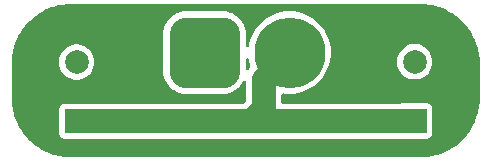
<source format=gbr>
%TF.GenerationSoftware,KiCad,Pcbnew,7.0.1*%
%TF.CreationDate,2024-05-21T14:39:34-07:00*%
%TF.ProjectId,Power_Filter_Board_V1,506f7765-725f-4466-996c-7465725f426f,rev?*%
%TF.SameCoordinates,Original*%
%TF.FileFunction,Copper,L2,Bot*%
%TF.FilePolarity,Positive*%
%FSLAX46Y46*%
G04 Gerber Fmt 4.6, Leading zero omitted, Abs format (unit mm)*
G04 Created by KiCad (PCBNEW 7.0.1) date 2024-05-21 14:39:34*
%MOMM*%
%LPD*%
G01*
G04 APERTURE LIST*
G04 Aperture macros list*
%AMRoundRect*
0 Rectangle with rounded corners*
0 $1 Rounding radius*
0 $2 $3 $4 $5 $6 $7 $8 $9 X,Y pos of 4 corners*
0 Add a 4 corners polygon primitive as box body*
4,1,4,$2,$3,$4,$5,$6,$7,$8,$9,$2,$3,0*
0 Add four circle primitives for the rounded corners*
1,1,$1+$1,$2,$3*
1,1,$1+$1,$4,$5*
1,1,$1+$1,$6,$7*
1,1,$1+$1,$8,$9*
0 Add four rect primitives between the rounded corners*
20,1,$1+$1,$2,$3,$4,$5,0*
20,1,$1+$1,$4,$5,$6,$7,0*
20,1,$1+$1,$6,$7,$8,$9,0*
20,1,$1+$1,$8,$9,$2,$3,0*%
G04 Aperture macros list end*
%TA.AperFunction,ComponentPad*%
%ADD10C,6.000000*%
%TD*%
%TA.AperFunction,ComponentPad*%
%ADD11RoundRect,1.500000X-1.500000X-1.500000X1.500000X-1.500000X1.500000X1.500000X-1.500000X1.500000X0*%
%TD*%
%TA.AperFunction,ComponentPad*%
%ADD12R,2.000000X2.000000*%
%TD*%
%TA.AperFunction,ComponentPad*%
%ADD13C,2.000000*%
%TD*%
%TA.AperFunction,Conductor*%
%ADD14C,2.000000*%
%TD*%
%TA.AperFunction,Conductor*%
%ADD15C,0.000000*%
%TD*%
G04 APERTURE END LIST*
D10*
%TO.P,REF\u002A\u002A,2*%
%TO.N,N/C*%
X148440000Y-97160000D03*
D11*
%TO.P,REF\u002A\u002A,1*%
X141240000Y-97160000D03*
%TD*%
D12*
%TO.P,REF\u002A\u002A,1*%
%TO.N,N/C*%
X130410000Y-102967677D03*
D13*
%TO.P,REF\u002A\u002A,2*%
X130410000Y-97967677D03*
%TD*%
D12*
%TO.P,REF\u002A\u002A,1*%
%TO.N,N/C*%
X159020000Y-102930000D03*
D13*
%TO.P,REF\u002A\u002A,2*%
X159020000Y-97930000D03*
%TD*%
D14*
%TO.N,*%
X146250000Y-99350000D02*
X148440000Y-97160000D01*
X146250000Y-101887677D02*
X146250000Y-99350000D01*
X145170000Y-102967677D02*
X146250000Y-101887677D01*
X145170000Y-102967677D02*
X148440000Y-102967677D01*
X130410000Y-102967677D02*
X145170000Y-102967677D01*
X148440000Y-102967677D02*
X158982323Y-102967677D01*
D15*
X158982323Y-102967677D02*
X159020000Y-102930000D01*
%TD*%
%TA.AperFunction,NonConductor*%
G36*
X159542562Y-93050605D02*
G01*
X159757600Y-93059500D01*
X159953455Y-93068052D01*
X159963330Y-93068881D01*
X160176706Y-93095479D01*
X160176793Y-93095490D01*
X160374945Y-93121577D01*
X160384192Y-93123153D01*
X160593521Y-93167044D01*
X160594765Y-93167312D01*
X160790386Y-93210680D01*
X160798901Y-93212889D01*
X161003665Y-93273850D01*
X161005325Y-93274359D01*
X161196696Y-93334698D01*
X161204453Y-93337431D01*
X161403363Y-93415046D01*
X161405513Y-93415911D01*
X161591024Y-93492752D01*
X161597972Y-93495886D01*
X161765903Y-93577982D01*
X161789587Y-93589561D01*
X161792383Y-93590972D01*
X161970420Y-93683652D01*
X161976636Y-93687118D01*
X162159793Y-93796255D01*
X162162929Y-93798187D01*
X162206991Y-93826258D01*
X162332282Y-93906078D01*
X162337710Y-93909741D01*
X162511184Y-94033599D01*
X162514616Y-94036140D01*
X162673912Y-94158372D01*
X162678567Y-94162126D01*
X162841226Y-94299891D01*
X162844838Y-94303072D01*
X162992925Y-94438769D01*
X162996807Y-94442486D01*
X163147512Y-94593191D01*
X163151232Y-94597076D01*
X163286921Y-94745155D01*
X163290107Y-94748772D01*
X163427872Y-94911431D01*
X163431626Y-94916086D01*
X163553858Y-95075382D01*
X163556399Y-95078814D01*
X163680257Y-95252288D01*
X163683920Y-95257716D01*
X163791800Y-95427052D01*
X163793743Y-95430205D01*
X163902880Y-95613362D01*
X163906346Y-95619578D01*
X163999026Y-95797615D01*
X164000437Y-95800411D01*
X164094099Y-95991997D01*
X164097260Y-95999005D01*
X164174051Y-96184395D01*
X164175008Y-96186774D01*
X164252559Y-96385523D01*
X164255302Y-96393309D01*
X164315602Y-96584554D01*
X164316186Y-96586460D01*
X164377105Y-96791084D01*
X164379321Y-96799627D01*
X164422671Y-96995166D01*
X164422971Y-96996559D01*
X164466844Y-97205802D01*
X164468422Y-97215062D01*
X164494459Y-97412829D01*
X164494568Y-97413677D01*
X164521114Y-97626641D01*
X164521948Y-97636570D01*
X164530513Y-97832728D01*
X164530525Y-97833013D01*
X164539394Y-98047438D01*
X164539500Y-98052562D01*
X164539500Y-101007438D01*
X164539394Y-101012563D01*
X164530525Y-101226987D01*
X164530513Y-101227271D01*
X164521948Y-101423428D01*
X164521114Y-101433357D01*
X164494568Y-101646321D01*
X164494459Y-101647169D01*
X164468422Y-101844936D01*
X164466844Y-101854196D01*
X164422971Y-102063439D01*
X164422671Y-102064832D01*
X164379321Y-102260371D01*
X164377105Y-102268914D01*
X164316186Y-102473538D01*
X164315602Y-102475444D01*
X164255302Y-102666689D01*
X164252559Y-102674475D01*
X164175008Y-102873224D01*
X164174051Y-102875603D01*
X164097260Y-103060993D01*
X164094099Y-103068001D01*
X164000437Y-103259587D01*
X163999026Y-103262383D01*
X163906346Y-103440420D01*
X163902880Y-103446636D01*
X163793743Y-103629793D01*
X163791800Y-103632946D01*
X163683920Y-103802282D01*
X163680257Y-103807710D01*
X163556399Y-103981184D01*
X163553858Y-103984616D01*
X163431626Y-104143912D01*
X163427872Y-104148567D01*
X163290107Y-104311226D01*
X163286908Y-104314858D01*
X163151254Y-104462899D01*
X163147512Y-104466807D01*
X162996807Y-104617512D01*
X162992899Y-104621254D01*
X162844858Y-104756908D01*
X162841226Y-104760107D01*
X162678567Y-104897872D01*
X162673912Y-104901626D01*
X162514616Y-105023858D01*
X162511184Y-105026399D01*
X162337710Y-105150257D01*
X162332282Y-105153920D01*
X162162946Y-105261800D01*
X162159793Y-105263743D01*
X161976636Y-105372880D01*
X161970420Y-105376346D01*
X161792383Y-105469026D01*
X161789587Y-105470437D01*
X161598001Y-105564099D01*
X161590993Y-105567260D01*
X161405603Y-105644051D01*
X161403224Y-105645008D01*
X161204475Y-105722559D01*
X161196689Y-105725302D01*
X161005444Y-105785602D01*
X161003538Y-105786186D01*
X160798914Y-105847105D01*
X160790371Y-105849321D01*
X160594832Y-105892671D01*
X160593439Y-105892971D01*
X160384196Y-105936844D01*
X160374936Y-105938422D01*
X160177169Y-105964459D01*
X160176321Y-105964568D01*
X159963357Y-105991114D01*
X159953428Y-105991948D01*
X159757381Y-106000508D01*
X159757097Y-106000520D01*
X159542563Y-106009394D01*
X159537438Y-106009500D01*
X129912562Y-106009500D01*
X129907437Y-106009394D01*
X129692901Y-106000520D01*
X129692617Y-106000508D01*
X129496570Y-105991948D01*
X129486641Y-105991114D01*
X129273677Y-105964568D01*
X129272829Y-105964459D01*
X129075062Y-105938422D01*
X129065802Y-105936844D01*
X128856559Y-105892971D01*
X128855166Y-105892671D01*
X128659627Y-105849321D01*
X128651084Y-105847105D01*
X128446460Y-105786186D01*
X128444554Y-105785602D01*
X128253309Y-105725302D01*
X128245523Y-105722559D01*
X128116985Y-105672404D01*
X128046734Y-105644991D01*
X128044395Y-105644051D01*
X127859005Y-105567260D01*
X127851997Y-105564099D01*
X127660411Y-105470437D01*
X127657615Y-105469026D01*
X127479578Y-105376346D01*
X127473362Y-105372880D01*
X127290205Y-105263743D01*
X127287052Y-105261800D01*
X127117716Y-105153920D01*
X127112288Y-105150257D01*
X126938814Y-105026399D01*
X126935382Y-105023858D01*
X126776086Y-104901626D01*
X126771431Y-104897872D01*
X126608772Y-104760107D01*
X126605155Y-104756921D01*
X126457076Y-104621232D01*
X126453191Y-104617512D01*
X126302486Y-104466807D01*
X126298769Y-104462925D01*
X126163072Y-104314838D01*
X126159891Y-104311226D01*
X126022126Y-104148567D01*
X126018372Y-104143912D01*
X125919873Y-104015546D01*
X128909500Y-104015546D01*
X128915909Y-104075160D01*
X128966204Y-104210008D01*
X129052454Y-104325223D01*
X129167669Y-104411473D01*
X129302517Y-104461768D01*
X129362127Y-104468177D01*
X130337664Y-104468176D01*
X130337676Y-104468177D01*
X130347933Y-104468177D01*
X145069135Y-104468177D01*
X145084473Y-104469129D01*
X145107779Y-104472034D01*
X145107779Y-104472033D01*
X145107780Y-104472034D01*
X145178017Y-104469129D01*
X145198473Y-104468282D01*
X145203596Y-104468177D01*
X159044396Y-104468177D01*
X159203607Y-104454983D01*
X159230144Y-104452785D01*
X159273010Y-104441929D01*
X159303162Y-104434294D01*
X159333603Y-104430499D01*
X160067870Y-104430499D01*
X160067872Y-104430499D01*
X160127483Y-104424091D01*
X160262331Y-104373796D01*
X160377546Y-104287546D01*
X160463796Y-104172331D01*
X160514091Y-104037483D01*
X160520500Y-103977873D01*
X160520499Y-101882128D01*
X160514091Y-101822517D01*
X160463796Y-101687669D01*
X160377546Y-101572454D01*
X160262331Y-101486204D01*
X160127483Y-101435909D01*
X160067873Y-101429500D01*
X160067869Y-101429500D01*
X157972130Y-101429500D01*
X157912515Y-101435909D01*
X157849644Y-101459359D01*
X157806311Y-101467177D01*
X148502067Y-101467177D01*
X147874500Y-101467177D01*
X147812500Y-101450564D01*
X147767113Y-101405177D01*
X147750500Y-101343177D01*
X147750500Y-100740114D01*
X147761890Y-100688200D01*
X147793968Y-100645824D01*
X147840841Y-100620770D01*
X147893898Y-100617641D01*
X148073593Y-100646102D01*
X148123373Y-100648710D01*
X148440000Y-100665304D01*
X148771645Y-100647923D01*
X148806406Y-100646102D01*
X149168788Y-100588706D01*
X149168788Y-100588705D01*
X149168794Y-100588705D01*
X149523199Y-100493742D01*
X149865736Y-100362255D01*
X150192652Y-100195682D01*
X150500366Y-99995851D01*
X150785506Y-99764949D01*
X151044949Y-99505506D01*
X151275851Y-99220366D01*
X151475682Y-98912652D01*
X151642255Y-98585736D01*
X151773742Y-98243199D01*
X151857664Y-97929999D01*
X157514356Y-97929999D01*
X157534891Y-98177816D01*
X157534891Y-98177819D01*
X157534892Y-98177821D01*
X157595937Y-98418881D01*
X157612464Y-98456558D01*
X157695825Y-98646604D01*
X157695827Y-98646607D01*
X157831836Y-98854785D01*
X158000256Y-99037738D01*
X158000259Y-99037740D01*
X158196485Y-99190470D01*
X158196487Y-99190471D01*
X158196491Y-99190474D01*
X158415190Y-99308828D01*
X158650386Y-99389571D01*
X158895665Y-99430500D01*
X159144335Y-99430500D01*
X159389614Y-99389571D01*
X159624810Y-99308828D01*
X159843509Y-99190474D01*
X160039744Y-99037738D01*
X160208164Y-98854785D01*
X160344173Y-98646607D01*
X160444063Y-98418881D01*
X160505108Y-98177821D01*
X160525643Y-97930000D01*
X160505108Y-97682179D01*
X160444063Y-97441119D01*
X160344173Y-97213393D01*
X160208164Y-97005215D01*
X160039744Y-96822262D01*
X159999687Y-96791084D01*
X159843514Y-96669529D01*
X159843510Y-96669526D01*
X159843509Y-96669526D01*
X159624810Y-96551172D01*
X159624806Y-96551170D01*
X159624805Y-96551170D01*
X159389615Y-96470429D01*
X159144335Y-96429500D01*
X158895665Y-96429500D01*
X158650384Y-96470429D01*
X158415194Y-96551170D01*
X158415190Y-96551171D01*
X158415190Y-96551172D01*
X158345573Y-96588847D01*
X158196485Y-96669529D01*
X158000259Y-96822259D01*
X158000256Y-96822261D01*
X158000256Y-96822262D01*
X157831836Y-97005215D01*
X157786499Y-97074607D01*
X157695825Y-97213395D01*
X157679299Y-97251072D01*
X157595937Y-97441119D01*
X157546442Y-97636570D01*
X157534891Y-97682183D01*
X157514356Y-97929999D01*
X151857664Y-97929999D01*
X151868705Y-97888794D01*
X151895462Y-97719856D01*
X151926102Y-97526406D01*
X151930571Y-97441119D01*
X151945304Y-97160000D01*
X151926102Y-96793596D01*
X151925704Y-96791084D01*
X151868706Y-96431211D01*
X151858550Y-96393309D01*
X151773742Y-96076801D01*
X151642255Y-95734264D01*
X151475682Y-95407348D01*
X151416057Y-95315533D01*
X151275853Y-95099636D01*
X151178361Y-94979244D01*
X151044949Y-94814494D01*
X150785506Y-94555051D01*
X150528097Y-94346605D01*
X150500363Y-94324146D01*
X150192656Y-94124320D01*
X149865735Y-93957744D01*
X149523200Y-93826258D01*
X149168788Y-93731293D01*
X148806406Y-93673897D01*
X148440000Y-93654696D01*
X148073593Y-93673897D01*
X147711211Y-93731293D01*
X147356799Y-93826258D01*
X147014264Y-93957744D01*
X146687343Y-94124320D01*
X146379636Y-94324146D01*
X146094490Y-94555054D01*
X145835054Y-94814490D01*
X145604146Y-95099636D01*
X145404320Y-95407343D01*
X145237744Y-95734264D01*
X145106258Y-96076799D01*
X145011293Y-96431211D01*
X144986973Y-96584766D01*
X144962876Y-96640854D01*
X144914935Y-96678648D01*
X144854771Y-96688986D01*
X144796965Y-96669363D01*
X144755527Y-96624536D01*
X144740500Y-96565368D01*
X144740500Y-95588551D01*
X144739321Y-95572068D01*
X144725196Y-95374572D01*
X144664369Y-95094954D01*
X144564367Y-94826839D01*
X144475412Y-94663931D01*
X144427227Y-94575686D01*
X144378871Y-94511090D01*
X144255739Y-94346605D01*
X144053395Y-94144261D01*
X143908962Y-94036140D01*
X143824313Y-93972772D01*
X143573163Y-93835634D01*
X143573162Y-93835633D01*
X143573161Y-93835633D01*
X143398123Y-93770347D01*
X143305041Y-93735629D01*
X143025429Y-93674804D01*
X142811449Y-93659500D01*
X142811448Y-93659500D01*
X139668552Y-93659500D01*
X139668551Y-93659500D01*
X139454570Y-93674804D01*
X139174958Y-93735629D01*
X138906836Y-93835634D01*
X138655686Y-93972772D01*
X138426602Y-94144263D01*
X138224263Y-94346602D01*
X138052772Y-94575686D01*
X137915634Y-94826836D01*
X137815629Y-95094958D01*
X137754804Y-95374570D01*
X137739500Y-95588551D01*
X137739500Y-98731449D01*
X137754804Y-98945429D01*
X137815629Y-99225041D01*
X137816789Y-99228151D01*
X137906314Y-99468177D01*
X137915634Y-99493163D01*
X138052772Y-99744313D01*
X138068217Y-99764945D01*
X138224261Y-99973395D01*
X138426605Y-100175739D01*
X138598415Y-100304354D01*
X138655686Y-100347227D01*
X138683208Y-100362255D01*
X138906839Y-100484367D01*
X139174954Y-100584369D01*
X139174957Y-100584369D01*
X139174958Y-100584370D01*
X139194886Y-100588705D01*
X139454572Y-100645196D01*
X139652068Y-100659321D01*
X139668551Y-100660500D01*
X139668552Y-100660500D01*
X142811448Y-100660500D01*
X142811449Y-100660500D01*
X142826752Y-100659405D01*
X143025428Y-100645196D01*
X143305046Y-100584369D01*
X143573161Y-100484367D01*
X143824315Y-100347226D01*
X144053395Y-100175739D01*
X144255739Y-99973395D01*
X144427226Y-99744315D01*
X144516667Y-99580515D01*
X144561467Y-99533755D01*
X144623729Y-99515955D01*
X144686475Y-99531969D01*
X144732591Y-99577432D01*
X144749500Y-99639942D01*
X144749500Y-101214788D01*
X144740061Y-101262241D01*
X144713183Y-101302466D01*
X144584788Y-101430860D01*
X144544563Y-101457738D01*
X144497110Y-101467177D01*
X129362130Y-101467177D01*
X129302515Y-101473586D01*
X129167669Y-101523881D01*
X129052454Y-101610131D01*
X128966204Y-101725345D01*
X128915909Y-101860193D01*
X128909500Y-101919808D01*
X128909500Y-104015546D01*
X125919873Y-104015546D01*
X125896140Y-103984616D01*
X125893599Y-103981184D01*
X125769741Y-103807710D01*
X125766078Y-103802282D01*
X125658198Y-103632946D01*
X125656255Y-103629793D01*
X125547118Y-103446636D01*
X125543652Y-103440420D01*
X125450972Y-103262383D01*
X125449561Y-103259587D01*
X125437982Y-103235903D01*
X125355886Y-103067972D01*
X125352752Y-103061024D01*
X125275911Y-102875513D01*
X125275046Y-102873363D01*
X125197431Y-102674453D01*
X125194696Y-102666689D01*
X125134359Y-102475325D01*
X125133850Y-102473665D01*
X125072889Y-102268901D01*
X125070680Y-102260386D01*
X125027312Y-102064765D01*
X125027027Y-102063439D01*
X125021495Y-102037057D01*
X124983153Y-101854192D01*
X124981576Y-101844936D01*
X124955490Y-101646793D01*
X124955483Y-101646743D01*
X124928881Y-101433330D01*
X124928052Y-101423455D01*
X124919486Y-101227271D01*
X124910605Y-101012562D01*
X124910500Y-101007439D01*
X124910500Y-98052561D01*
X124910606Y-98047437D01*
X124913905Y-97967677D01*
X128904356Y-97967677D01*
X128924891Y-98215493D01*
X128924891Y-98215496D01*
X128924892Y-98215498D01*
X128985937Y-98456558D01*
X128994073Y-98475106D01*
X129085825Y-98684281D01*
X129085827Y-98684284D01*
X129221836Y-98892462D01*
X129390256Y-99075415D01*
X129455667Y-99126326D01*
X129586485Y-99228147D01*
X129586487Y-99228148D01*
X129586491Y-99228151D01*
X129805190Y-99346505D01*
X130040386Y-99427248D01*
X130285665Y-99468177D01*
X130534335Y-99468177D01*
X130779614Y-99427248D01*
X131014810Y-99346505D01*
X131233509Y-99228151D01*
X131429744Y-99075415D01*
X131598164Y-98892462D01*
X131734173Y-98684284D01*
X131834063Y-98456558D01*
X131895108Y-98215498D01*
X131915643Y-97967677D01*
X131895108Y-97719856D01*
X131834063Y-97478796D01*
X131734173Y-97251070D01*
X131598164Y-97042892D01*
X131429744Y-96859939D01*
X131381333Y-96822259D01*
X131233514Y-96707206D01*
X131233510Y-96707203D01*
X131233509Y-96707203D01*
X131014810Y-96588849D01*
X131014806Y-96588847D01*
X131014805Y-96588847D01*
X130779615Y-96508106D01*
X130534335Y-96467177D01*
X130285665Y-96467177D01*
X130040384Y-96508106D01*
X129805194Y-96588847D01*
X129586485Y-96707206D01*
X129390259Y-96859936D01*
X129221837Y-97042891D01*
X129085825Y-97251072D01*
X129002464Y-97441119D01*
X128985937Y-97478796D01*
X128944772Y-97641352D01*
X128924891Y-97719860D01*
X128904356Y-97967677D01*
X124913905Y-97967677D01*
X124915463Y-97929999D01*
X124919488Y-97832687D01*
X124928052Y-97636540D01*
X124928881Y-97626673D01*
X124955491Y-97413195D01*
X124981578Y-97215045D01*
X124983151Y-97205816D01*
X125027062Y-96996392D01*
X125027297Y-96995302D01*
X125070684Y-96799599D01*
X125072885Y-96791111D01*
X125133875Y-96586253D01*
X125134337Y-96584743D01*
X125194704Y-96393284D01*
X125197423Y-96385565D01*
X125275074Y-96186564D01*
X125275883Y-96184553D01*
X125352762Y-95998951D01*
X125355874Y-95992051D01*
X125449587Y-95800357D01*
X125450945Y-95797667D01*
X125543667Y-95619551D01*
X125547118Y-95613362D01*
X125656295Y-95430139D01*
X125658150Y-95427129D01*
X125766090Y-95257697D01*
X125769721Y-95252316D01*
X125893635Y-95078764D01*
X125896102Y-95075433D01*
X126018401Y-94916048D01*
X126022114Y-94911445D01*
X126159903Y-94748758D01*
X126163027Y-94745211D01*
X126298811Y-94597028D01*
X126302440Y-94593238D01*
X126453238Y-94442440D01*
X126457028Y-94438811D01*
X126605211Y-94303027D01*
X126608758Y-94299903D01*
X126771445Y-94162114D01*
X126776048Y-94158401D01*
X126935433Y-94036102D01*
X126938764Y-94033635D01*
X127112316Y-93909721D01*
X127117697Y-93906090D01*
X127287129Y-93798150D01*
X127290139Y-93796295D01*
X127473373Y-93687111D01*
X127479551Y-93683667D01*
X127657667Y-93590945D01*
X127660357Y-93589587D01*
X127852051Y-93495874D01*
X127858951Y-93492762D01*
X128044553Y-93415883D01*
X128046564Y-93415074D01*
X128245565Y-93337423D01*
X128253284Y-93334704D01*
X128444743Y-93274337D01*
X128446253Y-93273875D01*
X128651111Y-93212885D01*
X128659599Y-93210684D01*
X128855302Y-93167297D01*
X128856392Y-93167062D01*
X129065816Y-93123151D01*
X129075045Y-93121578D01*
X129273195Y-93095491D01*
X129486673Y-93068881D01*
X129496540Y-93068052D01*
X129692628Y-93059490D01*
X129907437Y-93050605D01*
X129912561Y-93050500D01*
X159537439Y-93050500D01*
X159542562Y-93050605D01*
G37*
%TD.AperFunction*%
%TA.AperFunction,NonConductor*%
G36*
X144914935Y-97641352D02*
G01*
X144962876Y-97679146D01*
X144986973Y-97735234D01*
X145011293Y-97888788D01*
X145106258Y-98243199D01*
X145114925Y-98265778D01*
X145120957Y-98333483D01*
X145090391Y-98394196D01*
X145061832Y-98425218D01*
X145048995Y-98444868D01*
X145039813Y-98457183D01*
X145024636Y-98475102D01*
X144978174Y-98553074D01*
X144975464Y-98557415D01*
X144968312Y-98568363D01*
X144921710Y-98610560D01*
X144860403Y-98624478D01*
X144800150Y-98606541D01*
X144756436Y-98561359D01*
X144740500Y-98500546D01*
X144740500Y-97754632D01*
X144755527Y-97695464D01*
X144796965Y-97650637D01*
X144854771Y-97631014D01*
X144914935Y-97641352D01*
G37*
%TD.AperFunction*%
M02*

</source>
